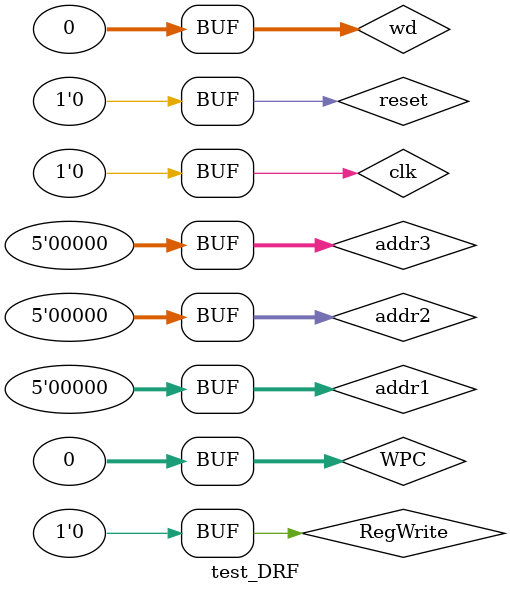
<source format=v>
`timescale 1ns / 1ps


module test_DRF;

	// Inputs
	reg clk;
	reg reset;
	reg RegWrite;
	reg [4:0] addr1;
	reg [4:0] addr2;
	reg [4:0] addr3;
	reg [31:0] wd;
	reg [31:0] WPC;

	// Outputs
	wire [31:0] read1;
	wire [31:0] read2;

	// Instantiate the Unit Under Test (UUT)
	GRF uut (
		.clk(clk), 
		.reset(reset), 
		.RegWrite(RegWrite), 
		.addr1(addr1), 
		.addr2(addr2), 
		.addr3(addr3), 
		.wd(wd), 
		.WPC(WPC), 
		.read1(read1), 
		.read2(read2)
	);

	initial begin
		// Initialize Inputs
		clk = 0;
		reset = 0;
		RegWrite = 0;
		addr1 = 0;
		addr2 = 0;
		addr3 = 0;
		wd = 0;
		WPC = 0;

		// Wait 100 ns for global reset to finish
		#100;
        
		// Add stimulus here

	end
      
endmodule


</source>
